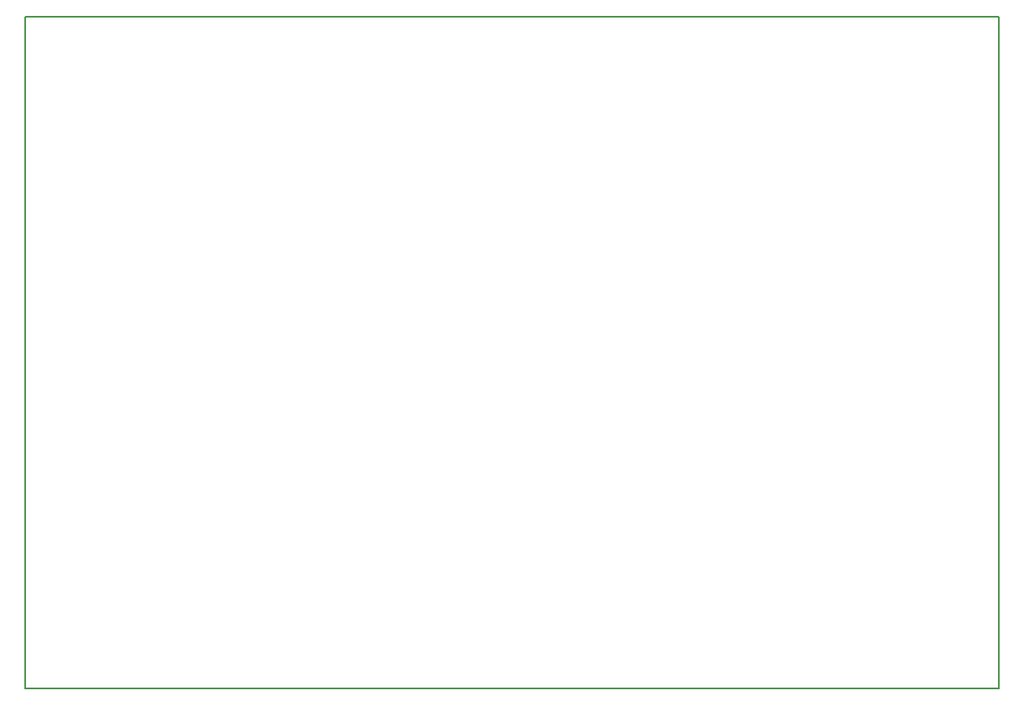
<source format=gbr>
G04 #@! TF.FileFunction,Profile,NP*
%FSLAX46Y46*%
G04 Gerber Fmt 4.6, Leading zero omitted, Abs format (unit mm)*
G04 Created by KiCad (PCBNEW 4.0.7-e2-6376~60~ubuntu17.10.1) date Tue Mar  6 13:11:32 2018*
%MOMM*%
%LPD*%
G01*
G04 APERTURE LIST*
%ADD10C,0.100000*%
%ADD11C,0.150000*%
G04 APERTURE END LIST*
D10*
D11*
X162951160Y-72664320D02*
X64637920Y-72664320D01*
X162951160Y-140538200D02*
X162951160Y-72664320D01*
X64632840Y-140538200D02*
X162951160Y-140538200D01*
X64632840Y-72664320D02*
X64632840Y-140538200D01*
M02*

</source>
